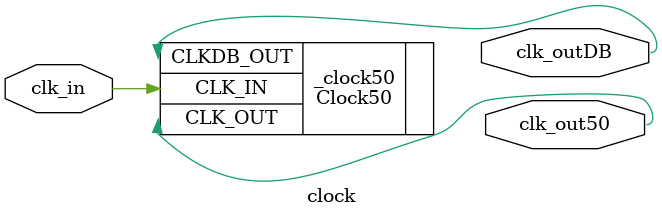
<source format=v>
`timescale 1ns / 1ps
module clock(
    input clk_in,  // 100Mhz master clock
    output clk_out50,
    output clk_outDB
    );

Clock50 _clock50 (
    .CLK_IN(clk_in),
    .CLK_OUT(clk_out50),
    .CLKDB_OUT(clk_outDB)
    );

// 50Mhz clock
//reg hz50_en = 1;
//integer hz50_count = 0;
//assign clk_out50 = hz50_en;
//always @(posedge clk_in) begin
//    hz50_count = hz50_count + 1;
//    if (hz50_count == 2) begin
//        hz50_en = ~hz50_en;
//        hz50_count = 0;
//    end
//end

//reg db_en = 1;     // 800Hz?
//integer db_count = 0;
//assign clk_outD = db_en;
//always @(posedge clk3) begin
//    db_count = db_count + 1;
//    if (db_count == 22'b1001100010010110100000) begin
//        db_en = ~db_en;
//        db_count = 0;
//    end
//end

endmodule

</source>
